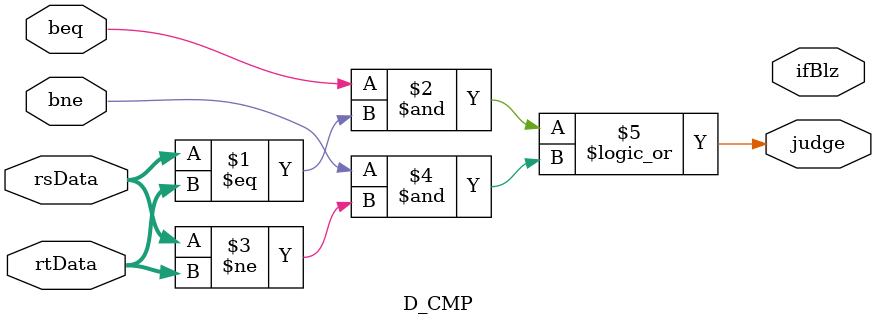
<source format=v>
`timescale 1ns / 1ps
module D_CMP(
    input [31:0] rsData,
    input [31:0] rtData,
    input beq,
	 input bne,
	 output ifBlz,
    output judge
    );

	assign judge = (beq&(rsData==rtData))||(bne&(rsData!=rtData));
	//assign ifBlz = (rsData[31]==1'b1)?1'b1:0'b0;
endmodule

</source>
